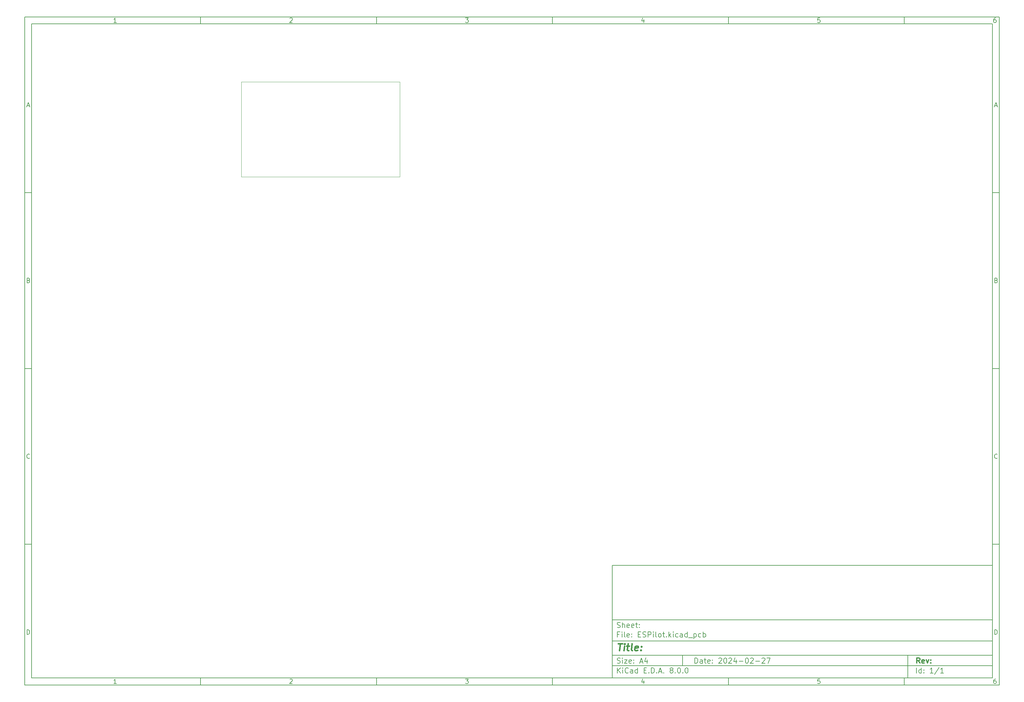
<source format=gm1>
G04 #@! TF.GenerationSoftware,KiCad,Pcbnew,8.0.0*
G04 #@! TF.CreationDate,2024-02-27T22:34:17+01:00*
G04 #@! TF.ProjectId,ESPilot,45535069-6c6f-4742-9e6b-696361645f70,rev?*
G04 #@! TF.SameCoordinates,PX6f32cc0PY1b2e020*
G04 #@! TF.FileFunction,Profile,NP*
%FSLAX46Y46*%
G04 Gerber Fmt 4.6, Leading zero omitted, Abs format (unit mm)*
G04 Created by KiCad (PCBNEW 8.0.0) date 2024-02-27 22:34:17*
%MOMM*%
%LPD*%
G01*
G04 APERTURE LIST*
%ADD10C,0.100000*%
%ADD11C,0.150000*%
%ADD12C,0.300000*%
%ADD13C,0.400000*%
G04 #@! TA.AperFunction,Profile*
%ADD14C,0.050000*%
G04 #@! TD*
G04 APERTURE END LIST*
D10*
D11*
X60402200Y-137507200D02*
X168402200Y-137507200D01*
X168402200Y-169507200D01*
X60402200Y-169507200D01*
X60402200Y-137507200D01*
D10*
D11*
X-106600000Y18500000D02*
X170402200Y18500000D01*
X170402200Y-171507200D01*
X-106600000Y-171507200D01*
X-106600000Y18500000D01*
D10*
D11*
X-104600000Y16500000D02*
X168402200Y16500000D01*
X168402200Y-169507200D01*
X-104600000Y-169507200D01*
X-104600000Y16500000D01*
D10*
D11*
X-56600000Y16500000D02*
X-56600000Y18500000D01*
D10*
D11*
X-6600000Y16500000D02*
X-6600000Y18500000D01*
D10*
D11*
X43400000Y16500000D02*
X43400000Y18500000D01*
D10*
D11*
X93400000Y16500000D02*
X93400000Y18500000D01*
D10*
D11*
X143400000Y16500000D02*
X143400000Y18500000D01*
D10*
D11*
X-80510840Y16906396D02*
X-81253697Y16906396D01*
X-80882269Y16906396D02*
X-80882269Y18206396D01*
X-80882269Y18206396D02*
X-81006078Y18020681D01*
X-81006078Y18020681D02*
X-81129888Y17896872D01*
X-81129888Y17896872D02*
X-81253697Y17834967D01*
D10*
D11*
X-31253697Y18082586D02*
X-31191793Y18144491D01*
X-31191793Y18144491D02*
X-31067983Y18206396D01*
X-31067983Y18206396D02*
X-30758459Y18206396D01*
X-30758459Y18206396D02*
X-30634650Y18144491D01*
X-30634650Y18144491D02*
X-30572745Y18082586D01*
X-30572745Y18082586D02*
X-30510840Y17958777D01*
X-30510840Y17958777D02*
X-30510840Y17834967D01*
X-30510840Y17834967D02*
X-30572745Y17649253D01*
X-30572745Y17649253D02*
X-31315602Y16906396D01*
X-31315602Y16906396D02*
X-30510840Y16906396D01*
D10*
D11*
X18684398Y18206396D02*
X19489160Y18206396D01*
X19489160Y18206396D02*
X19055826Y17711158D01*
X19055826Y17711158D02*
X19241541Y17711158D01*
X19241541Y17711158D02*
X19365350Y17649253D01*
X19365350Y17649253D02*
X19427255Y17587348D01*
X19427255Y17587348D02*
X19489160Y17463539D01*
X19489160Y17463539D02*
X19489160Y17154015D01*
X19489160Y17154015D02*
X19427255Y17030205D01*
X19427255Y17030205D02*
X19365350Y16968300D01*
X19365350Y16968300D02*
X19241541Y16906396D01*
X19241541Y16906396D02*
X18870112Y16906396D01*
X18870112Y16906396D02*
X18746303Y16968300D01*
X18746303Y16968300D02*
X18684398Y17030205D01*
D10*
D11*
X69365350Y17773062D02*
X69365350Y16906396D01*
X69055826Y18268300D02*
X68746303Y17339729D01*
X68746303Y17339729D02*
X69551064Y17339729D01*
D10*
D11*
X119427255Y18206396D02*
X118808207Y18206396D01*
X118808207Y18206396D02*
X118746303Y17587348D01*
X118746303Y17587348D02*
X118808207Y17649253D01*
X118808207Y17649253D02*
X118932017Y17711158D01*
X118932017Y17711158D02*
X119241541Y17711158D01*
X119241541Y17711158D02*
X119365350Y17649253D01*
X119365350Y17649253D02*
X119427255Y17587348D01*
X119427255Y17587348D02*
X119489160Y17463539D01*
X119489160Y17463539D02*
X119489160Y17154015D01*
X119489160Y17154015D02*
X119427255Y17030205D01*
X119427255Y17030205D02*
X119365350Y16968300D01*
X119365350Y16968300D02*
X119241541Y16906396D01*
X119241541Y16906396D02*
X118932017Y16906396D01*
X118932017Y16906396D02*
X118808207Y16968300D01*
X118808207Y16968300D02*
X118746303Y17030205D01*
D10*
D11*
X169365350Y18206396D02*
X169117731Y18206396D01*
X169117731Y18206396D02*
X168993922Y18144491D01*
X168993922Y18144491D02*
X168932017Y18082586D01*
X168932017Y18082586D02*
X168808207Y17896872D01*
X168808207Y17896872D02*
X168746303Y17649253D01*
X168746303Y17649253D02*
X168746303Y17154015D01*
X168746303Y17154015D02*
X168808207Y17030205D01*
X168808207Y17030205D02*
X168870112Y16968300D01*
X168870112Y16968300D02*
X168993922Y16906396D01*
X168993922Y16906396D02*
X169241541Y16906396D01*
X169241541Y16906396D02*
X169365350Y16968300D01*
X169365350Y16968300D02*
X169427255Y17030205D01*
X169427255Y17030205D02*
X169489160Y17154015D01*
X169489160Y17154015D02*
X169489160Y17463539D01*
X169489160Y17463539D02*
X169427255Y17587348D01*
X169427255Y17587348D02*
X169365350Y17649253D01*
X169365350Y17649253D02*
X169241541Y17711158D01*
X169241541Y17711158D02*
X168993922Y17711158D01*
X168993922Y17711158D02*
X168870112Y17649253D01*
X168870112Y17649253D02*
X168808207Y17587348D01*
X168808207Y17587348D02*
X168746303Y17463539D01*
D10*
D11*
X-56600000Y-169507200D02*
X-56600000Y-171507200D01*
D10*
D11*
X-6600000Y-169507200D02*
X-6600000Y-171507200D01*
D10*
D11*
X43400000Y-169507200D02*
X43400000Y-171507200D01*
D10*
D11*
X93400000Y-169507200D02*
X93400000Y-171507200D01*
D10*
D11*
X143400000Y-169507200D02*
X143400000Y-171507200D01*
D10*
D11*
X-80510840Y-171100804D02*
X-81253697Y-171100804D01*
X-80882269Y-171100804D02*
X-80882269Y-169800804D01*
X-80882269Y-169800804D02*
X-81006078Y-169986519D01*
X-81006078Y-169986519D02*
X-81129888Y-170110328D01*
X-81129888Y-170110328D02*
X-81253697Y-170172233D01*
D10*
D11*
X-31253697Y-169924614D02*
X-31191793Y-169862709D01*
X-31191793Y-169862709D02*
X-31067983Y-169800804D01*
X-31067983Y-169800804D02*
X-30758459Y-169800804D01*
X-30758459Y-169800804D02*
X-30634650Y-169862709D01*
X-30634650Y-169862709D02*
X-30572745Y-169924614D01*
X-30572745Y-169924614D02*
X-30510840Y-170048423D01*
X-30510840Y-170048423D02*
X-30510840Y-170172233D01*
X-30510840Y-170172233D02*
X-30572745Y-170357947D01*
X-30572745Y-170357947D02*
X-31315602Y-171100804D01*
X-31315602Y-171100804D02*
X-30510840Y-171100804D01*
D10*
D11*
X18684398Y-169800804D02*
X19489160Y-169800804D01*
X19489160Y-169800804D02*
X19055826Y-170296042D01*
X19055826Y-170296042D02*
X19241541Y-170296042D01*
X19241541Y-170296042D02*
X19365350Y-170357947D01*
X19365350Y-170357947D02*
X19427255Y-170419852D01*
X19427255Y-170419852D02*
X19489160Y-170543661D01*
X19489160Y-170543661D02*
X19489160Y-170853185D01*
X19489160Y-170853185D02*
X19427255Y-170976995D01*
X19427255Y-170976995D02*
X19365350Y-171038900D01*
X19365350Y-171038900D02*
X19241541Y-171100804D01*
X19241541Y-171100804D02*
X18870112Y-171100804D01*
X18870112Y-171100804D02*
X18746303Y-171038900D01*
X18746303Y-171038900D02*
X18684398Y-170976995D01*
D10*
D11*
X69365350Y-170234138D02*
X69365350Y-171100804D01*
X69055826Y-169738900D02*
X68746303Y-170667471D01*
X68746303Y-170667471D02*
X69551064Y-170667471D01*
D10*
D11*
X119427255Y-169800804D02*
X118808207Y-169800804D01*
X118808207Y-169800804D02*
X118746303Y-170419852D01*
X118746303Y-170419852D02*
X118808207Y-170357947D01*
X118808207Y-170357947D02*
X118932017Y-170296042D01*
X118932017Y-170296042D02*
X119241541Y-170296042D01*
X119241541Y-170296042D02*
X119365350Y-170357947D01*
X119365350Y-170357947D02*
X119427255Y-170419852D01*
X119427255Y-170419852D02*
X119489160Y-170543661D01*
X119489160Y-170543661D02*
X119489160Y-170853185D01*
X119489160Y-170853185D02*
X119427255Y-170976995D01*
X119427255Y-170976995D02*
X119365350Y-171038900D01*
X119365350Y-171038900D02*
X119241541Y-171100804D01*
X119241541Y-171100804D02*
X118932017Y-171100804D01*
X118932017Y-171100804D02*
X118808207Y-171038900D01*
X118808207Y-171038900D02*
X118746303Y-170976995D01*
D10*
D11*
X169365350Y-169800804D02*
X169117731Y-169800804D01*
X169117731Y-169800804D02*
X168993922Y-169862709D01*
X168993922Y-169862709D02*
X168932017Y-169924614D01*
X168932017Y-169924614D02*
X168808207Y-170110328D01*
X168808207Y-170110328D02*
X168746303Y-170357947D01*
X168746303Y-170357947D02*
X168746303Y-170853185D01*
X168746303Y-170853185D02*
X168808207Y-170976995D01*
X168808207Y-170976995D02*
X168870112Y-171038900D01*
X168870112Y-171038900D02*
X168993922Y-171100804D01*
X168993922Y-171100804D02*
X169241541Y-171100804D01*
X169241541Y-171100804D02*
X169365350Y-171038900D01*
X169365350Y-171038900D02*
X169427255Y-170976995D01*
X169427255Y-170976995D02*
X169489160Y-170853185D01*
X169489160Y-170853185D02*
X169489160Y-170543661D01*
X169489160Y-170543661D02*
X169427255Y-170419852D01*
X169427255Y-170419852D02*
X169365350Y-170357947D01*
X169365350Y-170357947D02*
X169241541Y-170296042D01*
X169241541Y-170296042D02*
X168993922Y-170296042D01*
X168993922Y-170296042D02*
X168870112Y-170357947D01*
X168870112Y-170357947D02*
X168808207Y-170419852D01*
X168808207Y-170419852D02*
X168746303Y-170543661D01*
D10*
D11*
X-106600000Y-31500000D02*
X-104600000Y-31500000D01*
D10*
D11*
X-106600000Y-81500000D02*
X-104600000Y-81500000D01*
D10*
D11*
X-106600000Y-131500000D02*
X-104600000Y-131500000D01*
D10*
D11*
X-105909524Y-6722176D02*
X-105290477Y-6722176D01*
X-106033334Y-7093604D02*
X-105600001Y-5793604D01*
X-105600001Y-5793604D02*
X-105166667Y-7093604D01*
D10*
D11*
X-105507143Y-56412652D02*
X-105321429Y-56474557D01*
X-105321429Y-56474557D02*
X-105259524Y-56536461D01*
X-105259524Y-56536461D02*
X-105197620Y-56660271D01*
X-105197620Y-56660271D02*
X-105197620Y-56845985D01*
X-105197620Y-56845985D02*
X-105259524Y-56969795D01*
X-105259524Y-56969795D02*
X-105321429Y-57031700D01*
X-105321429Y-57031700D02*
X-105445239Y-57093604D01*
X-105445239Y-57093604D02*
X-105940477Y-57093604D01*
X-105940477Y-57093604D02*
X-105940477Y-55793604D01*
X-105940477Y-55793604D02*
X-105507143Y-55793604D01*
X-105507143Y-55793604D02*
X-105383334Y-55855509D01*
X-105383334Y-55855509D02*
X-105321429Y-55917414D01*
X-105321429Y-55917414D02*
X-105259524Y-56041223D01*
X-105259524Y-56041223D02*
X-105259524Y-56165033D01*
X-105259524Y-56165033D02*
X-105321429Y-56288842D01*
X-105321429Y-56288842D02*
X-105383334Y-56350747D01*
X-105383334Y-56350747D02*
X-105507143Y-56412652D01*
X-105507143Y-56412652D02*
X-105940477Y-56412652D01*
D10*
D11*
X-105197620Y-106969795D02*
X-105259524Y-107031700D01*
X-105259524Y-107031700D02*
X-105445239Y-107093604D01*
X-105445239Y-107093604D02*
X-105569048Y-107093604D01*
X-105569048Y-107093604D02*
X-105754762Y-107031700D01*
X-105754762Y-107031700D02*
X-105878572Y-106907890D01*
X-105878572Y-106907890D02*
X-105940477Y-106784080D01*
X-105940477Y-106784080D02*
X-106002381Y-106536461D01*
X-106002381Y-106536461D02*
X-106002381Y-106350747D01*
X-106002381Y-106350747D02*
X-105940477Y-106103128D01*
X-105940477Y-106103128D02*
X-105878572Y-105979319D01*
X-105878572Y-105979319D02*
X-105754762Y-105855509D01*
X-105754762Y-105855509D02*
X-105569048Y-105793604D01*
X-105569048Y-105793604D02*
X-105445239Y-105793604D01*
X-105445239Y-105793604D02*
X-105259524Y-105855509D01*
X-105259524Y-105855509D02*
X-105197620Y-105917414D01*
D10*
D11*
X-105940477Y-157093604D02*
X-105940477Y-155793604D01*
X-105940477Y-155793604D02*
X-105630953Y-155793604D01*
X-105630953Y-155793604D02*
X-105445239Y-155855509D01*
X-105445239Y-155855509D02*
X-105321429Y-155979319D01*
X-105321429Y-155979319D02*
X-105259524Y-156103128D01*
X-105259524Y-156103128D02*
X-105197620Y-156350747D01*
X-105197620Y-156350747D02*
X-105197620Y-156536461D01*
X-105197620Y-156536461D02*
X-105259524Y-156784080D01*
X-105259524Y-156784080D02*
X-105321429Y-156907890D01*
X-105321429Y-156907890D02*
X-105445239Y-157031700D01*
X-105445239Y-157031700D02*
X-105630953Y-157093604D01*
X-105630953Y-157093604D02*
X-105940477Y-157093604D01*
D10*
D11*
X170402200Y-31500000D02*
X168402200Y-31500000D01*
D10*
D11*
X170402200Y-81500000D02*
X168402200Y-81500000D01*
D10*
D11*
X170402200Y-131500000D02*
X168402200Y-131500000D01*
D10*
D11*
X169092676Y-6722176D02*
X169711723Y-6722176D01*
X168968866Y-7093604D02*
X169402199Y-5793604D01*
X169402199Y-5793604D02*
X169835533Y-7093604D01*
D10*
D11*
X169495057Y-56412652D02*
X169680771Y-56474557D01*
X169680771Y-56474557D02*
X169742676Y-56536461D01*
X169742676Y-56536461D02*
X169804580Y-56660271D01*
X169804580Y-56660271D02*
X169804580Y-56845985D01*
X169804580Y-56845985D02*
X169742676Y-56969795D01*
X169742676Y-56969795D02*
X169680771Y-57031700D01*
X169680771Y-57031700D02*
X169556961Y-57093604D01*
X169556961Y-57093604D02*
X169061723Y-57093604D01*
X169061723Y-57093604D02*
X169061723Y-55793604D01*
X169061723Y-55793604D02*
X169495057Y-55793604D01*
X169495057Y-55793604D02*
X169618866Y-55855509D01*
X169618866Y-55855509D02*
X169680771Y-55917414D01*
X169680771Y-55917414D02*
X169742676Y-56041223D01*
X169742676Y-56041223D02*
X169742676Y-56165033D01*
X169742676Y-56165033D02*
X169680771Y-56288842D01*
X169680771Y-56288842D02*
X169618866Y-56350747D01*
X169618866Y-56350747D02*
X169495057Y-56412652D01*
X169495057Y-56412652D02*
X169061723Y-56412652D01*
D10*
D11*
X169804580Y-106969795D02*
X169742676Y-107031700D01*
X169742676Y-107031700D02*
X169556961Y-107093604D01*
X169556961Y-107093604D02*
X169433152Y-107093604D01*
X169433152Y-107093604D02*
X169247438Y-107031700D01*
X169247438Y-107031700D02*
X169123628Y-106907890D01*
X169123628Y-106907890D02*
X169061723Y-106784080D01*
X169061723Y-106784080D02*
X168999819Y-106536461D01*
X168999819Y-106536461D02*
X168999819Y-106350747D01*
X168999819Y-106350747D02*
X169061723Y-106103128D01*
X169061723Y-106103128D02*
X169123628Y-105979319D01*
X169123628Y-105979319D02*
X169247438Y-105855509D01*
X169247438Y-105855509D02*
X169433152Y-105793604D01*
X169433152Y-105793604D02*
X169556961Y-105793604D01*
X169556961Y-105793604D02*
X169742676Y-105855509D01*
X169742676Y-105855509D02*
X169804580Y-105917414D01*
D10*
D11*
X169061723Y-157093604D02*
X169061723Y-155793604D01*
X169061723Y-155793604D02*
X169371247Y-155793604D01*
X169371247Y-155793604D02*
X169556961Y-155855509D01*
X169556961Y-155855509D02*
X169680771Y-155979319D01*
X169680771Y-155979319D02*
X169742676Y-156103128D01*
X169742676Y-156103128D02*
X169804580Y-156350747D01*
X169804580Y-156350747D02*
X169804580Y-156536461D01*
X169804580Y-156536461D02*
X169742676Y-156784080D01*
X169742676Y-156784080D02*
X169680771Y-156907890D01*
X169680771Y-156907890D02*
X169556961Y-157031700D01*
X169556961Y-157031700D02*
X169371247Y-157093604D01*
X169371247Y-157093604D02*
X169061723Y-157093604D01*
D10*
D11*
X83858026Y-165293328D02*
X83858026Y-163793328D01*
X83858026Y-163793328D02*
X84215169Y-163793328D01*
X84215169Y-163793328D02*
X84429455Y-163864757D01*
X84429455Y-163864757D02*
X84572312Y-164007614D01*
X84572312Y-164007614D02*
X84643741Y-164150471D01*
X84643741Y-164150471D02*
X84715169Y-164436185D01*
X84715169Y-164436185D02*
X84715169Y-164650471D01*
X84715169Y-164650471D02*
X84643741Y-164936185D01*
X84643741Y-164936185D02*
X84572312Y-165079042D01*
X84572312Y-165079042D02*
X84429455Y-165221900D01*
X84429455Y-165221900D02*
X84215169Y-165293328D01*
X84215169Y-165293328D02*
X83858026Y-165293328D01*
X86000884Y-165293328D02*
X86000884Y-164507614D01*
X86000884Y-164507614D02*
X85929455Y-164364757D01*
X85929455Y-164364757D02*
X85786598Y-164293328D01*
X85786598Y-164293328D02*
X85500884Y-164293328D01*
X85500884Y-164293328D02*
X85358026Y-164364757D01*
X86000884Y-165221900D02*
X85858026Y-165293328D01*
X85858026Y-165293328D02*
X85500884Y-165293328D01*
X85500884Y-165293328D02*
X85358026Y-165221900D01*
X85358026Y-165221900D02*
X85286598Y-165079042D01*
X85286598Y-165079042D02*
X85286598Y-164936185D01*
X85286598Y-164936185D02*
X85358026Y-164793328D01*
X85358026Y-164793328D02*
X85500884Y-164721900D01*
X85500884Y-164721900D02*
X85858026Y-164721900D01*
X85858026Y-164721900D02*
X86000884Y-164650471D01*
X86500884Y-164293328D02*
X87072312Y-164293328D01*
X86715169Y-163793328D02*
X86715169Y-165079042D01*
X86715169Y-165079042D02*
X86786598Y-165221900D01*
X86786598Y-165221900D02*
X86929455Y-165293328D01*
X86929455Y-165293328D02*
X87072312Y-165293328D01*
X88143741Y-165221900D02*
X88000884Y-165293328D01*
X88000884Y-165293328D02*
X87715170Y-165293328D01*
X87715170Y-165293328D02*
X87572312Y-165221900D01*
X87572312Y-165221900D02*
X87500884Y-165079042D01*
X87500884Y-165079042D02*
X87500884Y-164507614D01*
X87500884Y-164507614D02*
X87572312Y-164364757D01*
X87572312Y-164364757D02*
X87715170Y-164293328D01*
X87715170Y-164293328D02*
X88000884Y-164293328D01*
X88000884Y-164293328D02*
X88143741Y-164364757D01*
X88143741Y-164364757D02*
X88215170Y-164507614D01*
X88215170Y-164507614D02*
X88215170Y-164650471D01*
X88215170Y-164650471D02*
X87500884Y-164793328D01*
X88858026Y-165150471D02*
X88929455Y-165221900D01*
X88929455Y-165221900D02*
X88858026Y-165293328D01*
X88858026Y-165293328D02*
X88786598Y-165221900D01*
X88786598Y-165221900D02*
X88858026Y-165150471D01*
X88858026Y-165150471D02*
X88858026Y-165293328D01*
X88858026Y-164364757D02*
X88929455Y-164436185D01*
X88929455Y-164436185D02*
X88858026Y-164507614D01*
X88858026Y-164507614D02*
X88786598Y-164436185D01*
X88786598Y-164436185D02*
X88858026Y-164364757D01*
X88858026Y-164364757D02*
X88858026Y-164507614D01*
X90643741Y-163936185D02*
X90715169Y-163864757D01*
X90715169Y-163864757D02*
X90858027Y-163793328D01*
X90858027Y-163793328D02*
X91215169Y-163793328D01*
X91215169Y-163793328D02*
X91358027Y-163864757D01*
X91358027Y-163864757D02*
X91429455Y-163936185D01*
X91429455Y-163936185D02*
X91500884Y-164079042D01*
X91500884Y-164079042D02*
X91500884Y-164221900D01*
X91500884Y-164221900D02*
X91429455Y-164436185D01*
X91429455Y-164436185D02*
X90572312Y-165293328D01*
X90572312Y-165293328D02*
X91500884Y-165293328D01*
X92429455Y-163793328D02*
X92572312Y-163793328D01*
X92572312Y-163793328D02*
X92715169Y-163864757D01*
X92715169Y-163864757D02*
X92786598Y-163936185D01*
X92786598Y-163936185D02*
X92858026Y-164079042D01*
X92858026Y-164079042D02*
X92929455Y-164364757D01*
X92929455Y-164364757D02*
X92929455Y-164721900D01*
X92929455Y-164721900D02*
X92858026Y-165007614D01*
X92858026Y-165007614D02*
X92786598Y-165150471D01*
X92786598Y-165150471D02*
X92715169Y-165221900D01*
X92715169Y-165221900D02*
X92572312Y-165293328D01*
X92572312Y-165293328D02*
X92429455Y-165293328D01*
X92429455Y-165293328D02*
X92286598Y-165221900D01*
X92286598Y-165221900D02*
X92215169Y-165150471D01*
X92215169Y-165150471D02*
X92143740Y-165007614D01*
X92143740Y-165007614D02*
X92072312Y-164721900D01*
X92072312Y-164721900D02*
X92072312Y-164364757D01*
X92072312Y-164364757D02*
X92143740Y-164079042D01*
X92143740Y-164079042D02*
X92215169Y-163936185D01*
X92215169Y-163936185D02*
X92286598Y-163864757D01*
X92286598Y-163864757D02*
X92429455Y-163793328D01*
X93500883Y-163936185D02*
X93572311Y-163864757D01*
X93572311Y-163864757D02*
X93715169Y-163793328D01*
X93715169Y-163793328D02*
X94072311Y-163793328D01*
X94072311Y-163793328D02*
X94215169Y-163864757D01*
X94215169Y-163864757D02*
X94286597Y-163936185D01*
X94286597Y-163936185D02*
X94358026Y-164079042D01*
X94358026Y-164079042D02*
X94358026Y-164221900D01*
X94358026Y-164221900D02*
X94286597Y-164436185D01*
X94286597Y-164436185D02*
X93429454Y-165293328D01*
X93429454Y-165293328D02*
X94358026Y-165293328D01*
X95643740Y-164293328D02*
X95643740Y-165293328D01*
X95286597Y-163721900D02*
X94929454Y-164793328D01*
X94929454Y-164793328D02*
X95858025Y-164793328D01*
X96429453Y-164721900D02*
X97572311Y-164721900D01*
X98572311Y-163793328D02*
X98715168Y-163793328D01*
X98715168Y-163793328D02*
X98858025Y-163864757D01*
X98858025Y-163864757D02*
X98929454Y-163936185D01*
X98929454Y-163936185D02*
X99000882Y-164079042D01*
X99000882Y-164079042D02*
X99072311Y-164364757D01*
X99072311Y-164364757D02*
X99072311Y-164721900D01*
X99072311Y-164721900D02*
X99000882Y-165007614D01*
X99000882Y-165007614D02*
X98929454Y-165150471D01*
X98929454Y-165150471D02*
X98858025Y-165221900D01*
X98858025Y-165221900D02*
X98715168Y-165293328D01*
X98715168Y-165293328D02*
X98572311Y-165293328D01*
X98572311Y-165293328D02*
X98429454Y-165221900D01*
X98429454Y-165221900D02*
X98358025Y-165150471D01*
X98358025Y-165150471D02*
X98286596Y-165007614D01*
X98286596Y-165007614D02*
X98215168Y-164721900D01*
X98215168Y-164721900D02*
X98215168Y-164364757D01*
X98215168Y-164364757D02*
X98286596Y-164079042D01*
X98286596Y-164079042D02*
X98358025Y-163936185D01*
X98358025Y-163936185D02*
X98429454Y-163864757D01*
X98429454Y-163864757D02*
X98572311Y-163793328D01*
X99643739Y-163936185D02*
X99715167Y-163864757D01*
X99715167Y-163864757D02*
X99858025Y-163793328D01*
X99858025Y-163793328D02*
X100215167Y-163793328D01*
X100215167Y-163793328D02*
X100358025Y-163864757D01*
X100358025Y-163864757D02*
X100429453Y-163936185D01*
X100429453Y-163936185D02*
X100500882Y-164079042D01*
X100500882Y-164079042D02*
X100500882Y-164221900D01*
X100500882Y-164221900D02*
X100429453Y-164436185D01*
X100429453Y-164436185D02*
X99572310Y-165293328D01*
X99572310Y-165293328D02*
X100500882Y-165293328D01*
X101143738Y-164721900D02*
X102286596Y-164721900D01*
X102929453Y-163936185D02*
X103000881Y-163864757D01*
X103000881Y-163864757D02*
X103143739Y-163793328D01*
X103143739Y-163793328D02*
X103500881Y-163793328D01*
X103500881Y-163793328D02*
X103643739Y-163864757D01*
X103643739Y-163864757D02*
X103715167Y-163936185D01*
X103715167Y-163936185D02*
X103786596Y-164079042D01*
X103786596Y-164079042D02*
X103786596Y-164221900D01*
X103786596Y-164221900D02*
X103715167Y-164436185D01*
X103715167Y-164436185D02*
X102858024Y-165293328D01*
X102858024Y-165293328D02*
X103786596Y-165293328D01*
X104286595Y-163793328D02*
X105286595Y-163793328D01*
X105286595Y-163793328D02*
X104643738Y-165293328D01*
D10*
D11*
X60402200Y-166007200D02*
X168402200Y-166007200D01*
D10*
D11*
X61858026Y-168093328D02*
X61858026Y-166593328D01*
X62715169Y-168093328D02*
X62072312Y-167236185D01*
X62715169Y-166593328D02*
X61858026Y-167450471D01*
X63358026Y-168093328D02*
X63358026Y-167093328D01*
X63358026Y-166593328D02*
X63286598Y-166664757D01*
X63286598Y-166664757D02*
X63358026Y-166736185D01*
X63358026Y-166736185D02*
X63429455Y-166664757D01*
X63429455Y-166664757D02*
X63358026Y-166593328D01*
X63358026Y-166593328D02*
X63358026Y-166736185D01*
X64929455Y-167950471D02*
X64858027Y-168021900D01*
X64858027Y-168021900D02*
X64643741Y-168093328D01*
X64643741Y-168093328D02*
X64500884Y-168093328D01*
X64500884Y-168093328D02*
X64286598Y-168021900D01*
X64286598Y-168021900D02*
X64143741Y-167879042D01*
X64143741Y-167879042D02*
X64072312Y-167736185D01*
X64072312Y-167736185D02*
X64000884Y-167450471D01*
X64000884Y-167450471D02*
X64000884Y-167236185D01*
X64000884Y-167236185D02*
X64072312Y-166950471D01*
X64072312Y-166950471D02*
X64143741Y-166807614D01*
X64143741Y-166807614D02*
X64286598Y-166664757D01*
X64286598Y-166664757D02*
X64500884Y-166593328D01*
X64500884Y-166593328D02*
X64643741Y-166593328D01*
X64643741Y-166593328D02*
X64858027Y-166664757D01*
X64858027Y-166664757D02*
X64929455Y-166736185D01*
X66215170Y-168093328D02*
X66215170Y-167307614D01*
X66215170Y-167307614D02*
X66143741Y-167164757D01*
X66143741Y-167164757D02*
X66000884Y-167093328D01*
X66000884Y-167093328D02*
X65715170Y-167093328D01*
X65715170Y-167093328D02*
X65572312Y-167164757D01*
X66215170Y-168021900D02*
X66072312Y-168093328D01*
X66072312Y-168093328D02*
X65715170Y-168093328D01*
X65715170Y-168093328D02*
X65572312Y-168021900D01*
X65572312Y-168021900D02*
X65500884Y-167879042D01*
X65500884Y-167879042D02*
X65500884Y-167736185D01*
X65500884Y-167736185D02*
X65572312Y-167593328D01*
X65572312Y-167593328D02*
X65715170Y-167521900D01*
X65715170Y-167521900D02*
X66072312Y-167521900D01*
X66072312Y-167521900D02*
X66215170Y-167450471D01*
X67572313Y-168093328D02*
X67572313Y-166593328D01*
X67572313Y-168021900D02*
X67429455Y-168093328D01*
X67429455Y-168093328D02*
X67143741Y-168093328D01*
X67143741Y-168093328D02*
X67000884Y-168021900D01*
X67000884Y-168021900D02*
X66929455Y-167950471D01*
X66929455Y-167950471D02*
X66858027Y-167807614D01*
X66858027Y-167807614D02*
X66858027Y-167379042D01*
X66858027Y-167379042D02*
X66929455Y-167236185D01*
X66929455Y-167236185D02*
X67000884Y-167164757D01*
X67000884Y-167164757D02*
X67143741Y-167093328D01*
X67143741Y-167093328D02*
X67429455Y-167093328D01*
X67429455Y-167093328D02*
X67572313Y-167164757D01*
X69429455Y-167307614D02*
X69929455Y-167307614D01*
X70143741Y-168093328D02*
X69429455Y-168093328D01*
X69429455Y-168093328D02*
X69429455Y-166593328D01*
X69429455Y-166593328D02*
X70143741Y-166593328D01*
X70786598Y-167950471D02*
X70858027Y-168021900D01*
X70858027Y-168021900D02*
X70786598Y-168093328D01*
X70786598Y-168093328D02*
X70715170Y-168021900D01*
X70715170Y-168021900D02*
X70786598Y-167950471D01*
X70786598Y-167950471D02*
X70786598Y-168093328D01*
X71500884Y-168093328D02*
X71500884Y-166593328D01*
X71500884Y-166593328D02*
X71858027Y-166593328D01*
X71858027Y-166593328D02*
X72072313Y-166664757D01*
X72072313Y-166664757D02*
X72215170Y-166807614D01*
X72215170Y-166807614D02*
X72286599Y-166950471D01*
X72286599Y-166950471D02*
X72358027Y-167236185D01*
X72358027Y-167236185D02*
X72358027Y-167450471D01*
X72358027Y-167450471D02*
X72286599Y-167736185D01*
X72286599Y-167736185D02*
X72215170Y-167879042D01*
X72215170Y-167879042D02*
X72072313Y-168021900D01*
X72072313Y-168021900D02*
X71858027Y-168093328D01*
X71858027Y-168093328D02*
X71500884Y-168093328D01*
X73000884Y-167950471D02*
X73072313Y-168021900D01*
X73072313Y-168021900D02*
X73000884Y-168093328D01*
X73000884Y-168093328D02*
X72929456Y-168021900D01*
X72929456Y-168021900D02*
X73000884Y-167950471D01*
X73000884Y-167950471D02*
X73000884Y-168093328D01*
X73643742Y-167664757D02*
X74358028Y-167664757D01*
X73500885Y-168093328D02*
X74000885Y-166593328D01*
X74000885Y-166593328D02*
X74500885Y-168093328D01*
X75000884Y-167950471D02*
X75072313Y-168021900D01*
X75072313Y-168021900D02*
X75000884Y-168093328D01*
X75000884Y-168093328D02*
X74929456Y-168021900D01*
X74929456Y-168021900D02*
X75000884Y-167950471D01*
X75000884Y-167950471D02*
X75000884Y-168093328D01*
X77072313Y-167236185D02*
X76929456Y-167164757D01*
X76929456Y-167164757D02*
X76858027Y-167093328D01*
X76858027Y-167093328D02*
X76786599Y-166950471D01*
X76786599Y-166950471D02*
X76786599Y-166879042D01*
X76786599Y-166879042D02*
X76858027Y-166736185D01*
X76858027Y-166736185D02*
X76929456Y-166664757D01*
X76929456Y-166664757D02*
X77072313Y-166593328D01*
X77072313Y-166593328D02*
X77358027Y-166593328D01*
X77358027Y-166593328D02*
X77500885Y-166664757D01*
X77500885Y-166664757D02*
X77572313Y-166736185D01*
X77572313Y-166736185D02*
X77643742Y-166879042D01*
X77643742Y-166879042D02*
X77643742Y-166950471D01*
X77643742Y-166950471D02*
X77572313Y-167093328D01*
X77572313Y-167093328D02*
X77500885Y-167164757D01*
X77500885Y-167164757D02*
X77358027Y-167236185D01*
X77358027Y-167236185D02*
X77072313Y-167236185D01*
X77072313Y-167236185D02*
X76929456Y-167307614D01*
X76929456Y-167307614D02*
X76858027Y-167379042D01*
X76858027Y-167379042D02*
X76786599Y-167521900D01*
X76786599Y-167521900D02*
X76786599Y-167807614D01*
X76786599Y-167807614D02*
X76858027Y-167950471D01*
X76858027Y-167950471D02*
X76929456Y-168021900D01*
X76929456Y-168021900D02*
X77072313Y-168093328D01*
X77072313Y-168093328D02*
X77358027Y-168093328D01*
X77358027Y-168093328D02*
X77500885Y-168021900D01*
X77500885Y-168021900D02*
X77572313Y-167950471D01*
X77572313Y-167950471D02*
X77643742Y-167807614D01*
X77643742Y-167807614D02*
X77643742Y-167521900D01*
X77643742Y-167521900D02*
X77572313Y-167379042D01*
X77572313Y-167379042D02*
X77500885Y-167307614D01*
X77500885Y-167307614D02*
X77358027Y-167236185D01*
X78286598Y-167950471D02*
X78358027Y-168021900D01*
X78358027Y-168021900D02*
X78286598Y-168093328D01*
X78286598Y-168093328D02*
X78215170Y-168021900D01*
X78215170Y-168021900D02*
X78286598Y-167950471D01*
X78286598Y-167950471D02*
X78286598Y-168093328D01*
X79286599Y-166593328D02*
X79429456Y-166593328D01*
X79429456Y-166593328D02*
X79572313Y-166664757D01*
X79572313Y-166664757D02*
X79643742Y-166736185D01*
X79643742Y-166736185D02*
X79715170Y-166879042D01*
X79715170Y-166879042D02*
X79786599Y-167164757D01*
X79786599Y-167164757D02*
X79786599Y-167521900D01*
X79786599Y-167521900D02*
X79715170Y-167807614D01*
X79715170Y-167807614D02*
X79643742Y-167950471D01*
X79643742Y-167950471D02*
X79572313Y-168021900D01*
X79572313Y-168021900D02*
X79429456Y-168093328D01*
X79429456Y-168093328D02*
X79286599Y-168093328D01*
X79286599Y-168093328D02*
X79143742Y-168021900D01*
X79143742Y-168021900D02*
X79072313Y-167950471D01*
X79072313Y-167950471D02*
X79000884Y-167807614D01*
X79000884Y-167807614D02*
X78929456Y-167521900D01*
X78929456Y-167521900D02*
X78929456Y-167164757D01*
X78929456Y-167164757D02*
X79000884Y-166879042D01*
X79000884Y-166879042D02*
X79072313Y-166736185D01*
X79072313Y-166736185D02*
X79143742Y-166664757D01*
X79143742Y-166664757D02*
X79286599Y-166593328D01*
X80429455Y-167950471D02*
X80500884Y-168021900D01*
X80500884Y-168021900D02*
X80429455Y-168093328D01*
X80429455Y-168093328D02*
X80358027Y-168021900D01*
X80358027Y-168021900D02*
X80429455Y-167950471D01*
X80429455Y-167950471D02*
X80429455Y-168093328D01*
X81429456Y-166593328D02*
X81572313Y-166593328D01*
X81572313Y-166593328D02*
X81715170Y-166664757D01*
X81715170Y-166664757D02*
X81786599Y-166736185D01*
X81786599Y-166736185D02*
X81858027Y-166879042D01*
X81858027Y-166879042D02*
X81929456Y-167164757D01*
X81929456Y-167164757D02*
X81929456Y-167521900D01*
X81929456Y-167521900D02*
X81858027Y-167807614D01*
X81858027Y-167807614D02*
X81786599Y-167950471D01*
X81786599Y-167950471D02*
X81715170Y-168021900D01*
X81715170Y-168021900D02*
X81572313Y-168093328D01*
X81572313Y-168093328D02*
X81429456Y-168093328D01*
X81429456Y-168093328D02*
X81286599Y-168021900D01*
X81286599Y-168021900D02*
X81215170Y-167950471D01*
X81215170Y-167950471D02*
X81143741Y-167807614D01*
X81143741Y-167807614D02*
X81072313Y-167521900D01*
X81072313Y-167521900D02*
X81072313Y-167164757D01*
X81072313Y-167164757D02*
X81143741Y-166879042D01*
X81143741Y-166879042D02*
X81215170Y-166736185D01*
X81215170Y-166736185D02*
X81286599Y-166664757D01*
X81286599Y-166664757D02*
X81429456Y-166593328D01*
D10*
D11*
X60402200Y-163007200D02*
X168402200Y-163007200D01*
D10*
D12*
X147813853Y-165285528D02*
X147313853Y-164571242D01*
X146956710Y-165285528D02*
X146956710Y-163785528D01*
X146956710Y-163785528D02*
X147528139Y-163785528D01*
X147528139Y-163785528D02*
X147670996Y-163856957D01*
X147670996Y-163856957D02*
X147742425Y-163928385D01*
X147742425Y-163928385D02*
X147813853Y-164071242D01*
X147813853Y-164071242D02*
X147813853Y-164285528D01*
X147813853Y-164285528D02*
X147742425Y-164428385D01*
X147742425Y-164428385D02*
X147670996Y-164499814D01*
X147670996Y-164499814D02*
X147528139Y-164571242D01*
X147528139Y-164571242D02*
X146956710Y-164571242D01*
X149028139Y-165214100D02*
X148885282Y-165285528D01*
X148885282Y-165285528D02*
X148599568Y-165285528D01*
X148599568Y-165285528D02*
X148456710Y-165214100D01*
X148456710Y-165214100D02*
X148385282Y-165071242D01*
X148385282Y-165071242D02*
X148385282Y-164499814D01*
X148385282Y-164499814D02*
X148456710Y-164356957D01*
X148456710Y-164356957D02*
X148599568Y-164285528D01*
X148599568Y-164285528D02*
X148885282Y-164285528D01*
X148885282Y-164285528D02*
X149028139Y-164356957D01*
X149028139Y-164356957D02*
X149099568Y-164499814D01*
X149099568Y-164499814D02*
X149099568Y-164642671D01*
X149099568Y-164642671D02*
X148385282Y-164785528D01*
X149599567Y-164285528D02*
X149956710Y-165285528D01*
X149956710Y-165285528D02*
X150313853Y-164285528D01*
X150885281Y-165142671D02*
X150956710Y-165214100D01*
X150956710Y-165214100D02*
X150885281Y-165285528D01*
X150885281Y-165285528D02*
X150813853Y-165214100D01*
X150813853Y-165214100D02*
X150885281Y-165142671D01*
X150885281Y-165142671D02*
X150885281Y-165285528D01*
X150885281Y-164356957D02*
X150956710Y-164428385D01*
X150956710Y-164428385D02*
X150885281Y-164499814D01*
X150885281Y-164499814D02*
X150813853Y-164428385D01*
X150813853Y-164428385D02*
X150885281Y-164356957D01*
X150885281Y-164356957D02*
X150885281Y-164499814D01*
D10*
D11*
X61786598Y-165221900D02*
X62000884Y-165293328D01*
X62000884Y-165293328D02*
X62358026Y-165293328D01*
X62358026Y-165293328D02*
X62500884Y-165221900D01*
X62500884Y-165221900D02*
X62572312Y-165150471D01*
X62572312Y-165150471D02*
X62643741Y-165007614D01*
X62643741Y-165007614D02*
X62643741Y-164864757D01*
X62643741Y-164864757D02*
X62572312Y-164721900D01*
X62572312Y-164721900D02*
X62500884Y-164650471D01*
X62500884Y-164650471D02*
X62358026Y-164579042D01*
X62358026Y-164579042D02*
X62072312Y-164507614D01*
X62072312Y-164507614D02*
X61929455Y-164436185D01*
X61929455Y-164436185D02*
X61858026Y-164364757D01*
X61858026Y-164364757D02*
X61786598Y-164221900D01*
X61786598Y-164221900D02*
X61786598Y-164079042D01*
X61786598Y-164079042D02*
X61858026Y-163936185D01*
X61858026Y-163936185D02*
X61929455Y-163864757D01*
X61929455Y-163864757D02*
X62072312Y-163793328D01*
X62072312Y-163793328D02*
X62429455Y-163793328D01*
X62429455Y-163793328D02*
X62643741Y-163864757D01*
X63286597Y-165293328D02*
X63286597Y-164293328D01*
X63286597Y-163793328D02*
X63215169Y-163864757D01*
X63215169Y-163864757D02*
X63286597Y-163936185D01*
X63286597Y-163936185D02*
X63358026Y-163864757D01*
X63358026Y-163864757D02*
X63286597Y-163793328D01*
X63286597Y-163793328D02*
X63286597Y-163936185D01*
X63858026Y-164293328D02*
X64643741Y-164293328D01*
X64643741Y-164293328D02*
X63858026Y-165293328D01*
X63858026Y-165293328D02*
X64643741Y-165293328D01*
X65786598Y-165221900D02*
X65643741Y-165293328D01*
X65643741Y-165293328D02*
X65358027Y-165293328D01*
X65358027Y-165293328D02*
X65215169Y-165221900D01*
X65215169Y-165221900D02*
X65143741Y-165079042D01*
X65143741Y-165079042D02*
X65143741Y-164507614D01*
X65143741Y-164507614D02*
X65215169Y-164364757D01*
X65215169Y-164364757D02*
X65358027Y-164293328D01*
X65358027Y-164293328D02*
X65643741Y-164293328D01*
X65643741Y-164293328D02*
X65786598Y-164364757D01*
X65786598Y-164364757D02*
X65858027Y-164507614D01*
X65858027Y-164507614D02*
X65858027Y-164650471D01*
X65858027Y-164650471D02*
X65143741Y-164793328D01*
X66500883Y-165150471D02*
X66572312Y-165221900D01*
X66572312Y-165221900D02*
X66500883Y-165293328D01*
X66500883Y-165293328D02*
X66429455Y-165221900D01*
X66429455Y-165221900D02*
X66500883Y-165150471D01*
X66500883Y-165150471D02*
X66500883Y-165293328D01*
X66500883Y-164364757D02*
X66572312Y-164436185D01*
X66572312Y-164436185D02*
X66500883Y-164507614D01*
X66500883Y-164507614D02*
X66429455Y-164436185D01*
X66429455Y-164436185D02*
X66500883Y-164364757D01*
X66500883Y-164364757D02*
X66500883Y-164507614D01*
X68286598Y-164864757D02*
X69000884Y-164864757D01*
X68143741Y-165293328D02*
X68643741Y-163793328D01*
X68643741Y-163793328D02*
X69143741Y-165293328D01*
X70286598Y-164293328D02*
X70286598Y-165293328D01*
X69929455Y-163721900D02*
X69572312Y-164793328D01*
X69572312Y-164793328D02*
X70500883Y-164793328D01*
D10*
D11*
X146858026Y-168093328D02*
X146858026Y-166593328D01*
X148215170Y-168093328D02*
X148215170Y-166593328D01*
X148215170Y-168021900D02*
X148072312Y-168093328D01*
X148072312Y-168093328D02*
X147786598Y-168093328D01*
X147786598Y-168093328D02*
X147643741Y-168021900D01*
X147643741Y-168021900D02*
X147572312Y-167950471D01*
X147572312Y-167950471D02*
X147500884Y-167807614D01*
X147500884Y-167807614D02*
X147500884Y-167379042D01*
X147500884Y-167379042D02*
X147572312Y-167236185D01*
X147572312Y-167236185D02*
X147643741Y-167164757D01*
X147643741Y-167164757D02*
X147786598Y-167093328D01*
X147786598Y-167093328D02*
X148072312Y-167093328D01*
X148072312Y-167093328D02*
X148215170Y-167164757D01*
X148929455Y-167950471D02*
X149000884Y-168021900D01*
X149000884Y-168021900D02*
X148929455Y-168093328D01*
X148929455Y-168093328D02*
X148858027Y-168021900D01*
X148858027Y-168021900D02*
X148929455Y-167950471D01*
X148929455Y-167950471D02*
X148929455Y-168093328D01*
X148929455Y-167164757D02*
X149000884Y-167236185D01*
X149000884Y-167236185D02*
X148929455Y-167307614D01*
X148929455Y-167307614D02*
X148858027Y-167236185D01*
X148858027Y-167236185D02*
X148929455Y-167164757D01*
X148929455Y-167164757D02*
X148929455Y-167307614D01*
X151572313Y-168093328D02*
X150715170Y-168093328D01*
X151143741Y-168093328D02*
X151143741Y-166593328D01*
X151143741Y-166593328D02*
X151000884Y-166807614D01*
X151000884Y-166807614D02*
X150858027Y-166950471D01*
X150858027Y-166950471D02*
X150715170Y-167021900D01*
X153286598Y-166521900D02*
X152000884Y-168450471D01*
X154572313Y-168093328D02*
X153715170Y-168093328D01*
X154143741Y-168093328D02*
X154143741Y-166593328D01*
X154143741Y-166593328D02*
X154000884Y-166807614D01*
X154000884Y-166807614D02*
X153858027Y-166950471D01*
X153858027Y-166950471D02*
X153715170Y-167021900D01*
D10*
D11*
X60402200Y-159007200D02*
X168402200Y-159007200D01*
D10*
D13*
X62093928Y-159711638D02*
X63236785Y-159711638D01*
X62415357Y-161711638D02*
X62665357Y-159711638D01*
X63653452Y-161711638D02*
X63820119Y-160378304D01*
X63903452Y-159711638D02*
X63796309Y-159806876D01*
X63796309Y-159806876D02*
X63879643Y-159902114D01*
X63879643Y-159902114D02*
X63986786Y-159806876D01*
X63986786Y-159806876D02*
X63903452Y-159711638D01*
X63903452Y-159711638D02*
X63879643Y-159902114D01*
X64486786Y-160378304D02*
X65248690Y-160378304D01*
X64855833Y-159711638D02*
X64641548Y-161425923D01*
X64641548Y-161425923D02*
X64712976Y-161616400D01*
X64712976Y-161616400D02*
X64891548Y-161711638D01*
X64891548Y-161711638D02*
X65082024Y-161711638D01*
X66034405Y-161711638D02*
X65855833Y-161616400D01*
X65855833Y-161616400D02*
X65784405Y-161425923D01*
X65784405Y-161425923D02*
X65998690Y-159711638D01*
X67570119Y-161616400D02*
X67367738Y-161711638D01*
X67367738Y-161711638D02*
X66986785Y-161711638D01*
X66986785Y-161711638D02*
X66808214Y-161616400D01*
X66808214Y-161616400D02*
X66736785Y-161425923D01*
X66736785Y-161425923D02*
X66832024Y-160664019D01*
X66832024Y-160664019D02*
X66951071Y-160473542D01*
X66951071Y-160473542D02*
X67153452Y-160378304D01*
X67153452Y-160378304D02*
X67534404Y-160378304D01*
X67534404Y-160378304D02*
X67712976Y-160473542D01*
X67712976Y-160473542D02*
X67784404Y-160664019D01*
X67784404Y-160664019D02*
X67760595Y-160854495D01*
X67760595Y-160854495D02*
X66784404Y-161044971D01*
X68534405Y-161521161D02*
X68617738Y-161616400D01*
X68617738Y-161616400D02*
X68510595Y-161711638D01*
X68510595Y-161711638D02*
X68427262Y-161616400D01*
X68427262Y-161616400D02*
X68534405Y-161521161D01*
X68534405Y-161521161D02*
X68510595Y-161711638D01*
X68665357Y-160473542D02*
X68748690Y-160568780D01*
X68748690Y-160568780D02*
X68641548Y-160664019D01*
X68641548Y-160664019D02*
X68558214Y-160568780D01*
X68558214Y-160568780D02*
X68665357Y-160473542D01*
X68665357Y-160473542D02*
X68641548Y-160664019D01*
D10*
D11*
X62358026Y-157107614D02*
X61858026Y-157107614D01*
X61858026Y-157893328D02*
X61858026Y-156393328D01*
X61858026Y-156393328D02*
X62572312Y-156393328D01*
X63143740Y-157893328D02*
X63143740Y-156893328D01*
X63143740Y-156393328D02*
X63072312Y-156464757D01*
X63072312Y-156464757D02*
X63143740Y-156536185D01*
X63143740Y-156536185D02*
X63215169Y-156464757D01*
X63215169Y-156464757D02*
X63143740Y-156393328D01*
X63143740Y-156393328D02*
X63143740Y-156536185D01*
X64072312Y-157893328D02*
X63929455Y-157821900D01*
X63929455Y-157821900D02*
X63858026Y-157679042D01*
X63858026Y-157679042D02*
X63858026Y-156393328D01*
X65215169Y-157821900D02*
X65072312Y-157893328D01*
X65072312Y-157893328D02*
X64786598Y-157893328D01*
X64786598Y-157893328D02*
X64643740Y-157821900D01*
X64643740Y-157821900D02*
X64572312Y-157679042D01*
X64572312Y-157679042D02*
X64572312Y-157107614D01*
X64572312Y-157107614D02*
X64643740Y-156964757D01*
X64643740Y-156964757D02*
X64786598Y-156893328D01*
X64786598Y-156893328D02*
X65072312Y-156893328D01*
X65072312Y-156893328D02*
X65215169Y-156964757D01*
X65215169Y-156964757D02*
X65286598Y-157107614D01*
X65286598Y-157107614D02*
X65286598Y-157250471D01*
X65286598Y-157250471D02*
X64572312Y-157393328D01*
X65929454Y-157750471D02*
X66000883Y-157821900D01*
X66000883Y-157821900D02*
X65929454Y-157893328D01*
X65929454Y-157893328D02*
X65858026Y-157821900D01*
X65858026Y-157821900D02*
X65929454Y-157750471D01*
X65929454Y-157750471D02*
X65929454Y-157893328D01*
X65929454Y-156964757D02*
X66000883Y-157036185D01*
X66000883Y-157036185D02*
X65929454Y-157107614D01*
X65929454Y-157107614D02*
X65858026Y-157036185D01*
X65858026Y-157036185D02*
X65929454Y-156964757D01*
X65929454Y-156964757D02*
X65929454Y-157107614D01*
X67786597Y-157107614D02*
X68286597Y-157107614D01*
X68500883Y-157893328D02*
X67786597Y-157893328D01*
X67786597Y-157893328D02*
X67786597Y-156393328D01*
X67786597Y-156393328D02*
X68500883Y-156393328D01*
X69072312Y-157821900D02*
X69286598Y-157893328D01*
X69286598Y-157893328D02*
X69643740Y-157893328D01*
X69643740Y-157893328D02*
X69786598Y-157821900D01*
X69786598Y-157821900D02*
X69858026Y-157750471D01*
X69858026Y-157750471D02*
X69929455Y-157607614D01*
X69929455Y-157607614D02*
X69929455Y-157464757D01*
X69929455Y-157464757D02*
X69858026Y-157321900D01*
X69858026Y-157321900D02*
X69786598Y-157250471D01*
X69786598Y-157250471D02*
X69643740Y-157179042D01*
X69643740Y-157179042D02*
X69358026Y-157107614D01*
X69358026Y-157107614D02*
X69215169Y-157036185D01*
X69215169Y-157036185D02*
X69143740Y-156964757D01*
X69143740Y-156964757D02*
X69072312Y-156821900D01*
X69072312Y-156821900D02*
X69072312Y-156679042D01*
X69072312Y-156679042D02*
X69143740Y-156536185D01*
X69143740Y-156536185D02*
X69215169Y-156464757D01*
X69215169Y-156464757D02*
X69358026Y-156393328D01*
X69358026Y-156393328D02*
X69715169Y-156393328D01*
X69715169Y-156393328D02*
X69929455Y-156464757D01*
X70572311Y-157893328D02*
X70572311Y-156393328D01*
X70572311Y-156393328D02*
X71143740Y-156393328D01*
X71143740Y-156393328D02*
X71286597Y-156464757D01*
X71286597Y-156464757D02*
X71358026Y-156536185D01*
X71358026Y-156536185D02*
X71429454Y-156679042D01*
X71429454Y-156679042D02*
X71429454Y-156893328D01*
X71429454Y-156893328D02*
X71358026Y-157036185D01*
X71358026Y-157036185D02*
X71286597Y-157107614D01*
X71286597Y-157107614D02*
X71143740Y-157179042D01*
X71143740Y-157179042D02*
X70572311Y-157179042D01*
X72072311Y-157893328D02*
X72072311Y-156893328D01*
X72072311Y-156393328D02*
X72000883Y-156464757D01*
X72000883Y-156464757D02*
X72072311Y-156536185D01*
X72072311Y-156536185D02*
X72143740Y-156464757D01*
X72143740Y-156464757D02*
X72072311Y-156393328D01*
X72072311Y-156393328D02*
X72072311Y-156536185D01*
X73000883Y-157893328D02*
X72858026Y-157821900D01*
X72858026Y-157821900D02*
X72786597Y-157679042D01*
X72786597Y-157679042D02*
X72786597Y-156393328D01*
X73786597Y-157893328D02*
X73643740Y-157821900D01*
X73643740Y-157821900D02*
X73572311Y-157750471D01*
X73572311Y-157750471D02*
X73500883Y-157607614D01*
X73500883Y-157607614D02*
X73500883Y-157179042D01*
X73500883Y-157179042D02*
X73572311Y-157036185D01*
X73572311Y-157036185D02*
X73643740Y-156964757D01*
X73643740Y-156964757D02*
X73786597Y-156893328D01*
X73786597Y-156893328D02*
X74000883Y-156893328D01*
X74000883Y-156893328D02*
X74143740Y-156964757D01*
X74143740Y-156964757D02*
X74215169Y-157036185D01*
X74215169Y-157036185D02*
X74286597Y-157179042D01*
X74286597Y-157179042D02*
X74286597Y-157607614D01*
X74286597Y-157607614D02*
X74215169Y-157750471D01*
X74215169Y-157750471D02*
X74143740Y-157821900D01*
X74143740Y-157821900D02*
X74000883Y-157893328D01*
X74000883Y-157893328D02*
X73786597Y-157893328D01*
X74715169Y-156893328D02*
X75286597Y-156893328D01*
X74929454Y-156393328D02*
X74929454Y-157679042D01*
X74929454Y-157679042D02*
X75000883Y-157821900D01*
X75000883Y-157821900D02*
X75143740Y-157893328D01*
X75143740Y-157893328D02*
X75286597Y-157893328D01*
X75786597Y-157750471D02*
X75858026Y-157821900D01*
X75858026Y-157821900D02*
X75786597Y-157893328D01*
X75786597Y-157893328D02*
X75715169Y-157821900D01*
X75715169Y-157821900D02*
X75786597Y-157750471D01*
X75786597Y-157750471D02*
X75786597Y-157893328D01*
X76500883Y-157893328D02*
X76500883Y-156393328D01*
X76643741Y-157321900D02*
X77072312Y-157893328D01*
X77072312Y-156893328D02*
X76500883Y-157464757D01*
X77715169Y-157893328D02*
X77715169Y-156893328D01*
X77715169Y-156393328D02*
X77643741Y-156464757D01*
X77643741Y-156464757D02*
X77715169Y-156536185D01*
X77715169Y-156536185D02*
X77786598Y-156464757D01*
X77786598Y-156464757D02*
X77715169Y-156393328D01*
X77715169Y-156393328D02*
X77715169Y-156536185D01*
X79072313Y-157821900D02*
X78929455Y-157893328D01*
X78929455Y-157893328D02*
X78643741Y-157893328D01*
X78643741Y-157893328D02*
X78500884Y-157821900D01*
X78500884Y-157821900D02*
X78429455Y-157750471D01*
X78429455Y-157750471D02*
X78358027Y-157607614D01*
X78358027Y-157607614D02*
X78358027Y-157179042D01*
X78358027Y-157179042D02*
X78429455Y-157036185D01*
X78429455Y-157036185D02*
X78500884Y-156964757D01*
X78500884Y-156964757D02*
X78643741Y-156893328D01*
X78643741Y-156893328D02*
X78929455Y-156893328D01*
X78929455Y-156893328D02*
X79072313Y-156964757D01*
X80358027Y-157893328D02*
X80358027Y-157107614D01*
X80358027Y-157107614D02*
X80286598Y-156964757D01*
X80286598Y-156964757D02*
X80143741Y-156893328D01*
X80143741Y-156893328D02*
X79858027Y-156893328D01*
X79858027Y-156893328D02*
X79715169Y-156964757D01*
X80358027Y-157821900D02*
X80215169Y-157893328D01*
X80215169Y-157893328D02*
X79858027Y-157893328D01*
X79858027Y-157893328D02*
X79715169Y-157821900D01*
X79715169Y-157821900D02*
X79643741Y-157679042D01*
X79643741Y-157679042D02*
X79643741Y-157536185D01*
X79643741Y-157536185D02*
X79715169Y-157393328D01*
X79715169Y-157393328D02*
X79858027Y-157321900D01*
X79858027Y-157321900D02*
X80215169Y-157321900D01*
X80215169Y-157321900D02*
X80358027Y-157250471D01*
X81715170Y-157893328D02*
X81715170Y-156393328D01*
X81715170Y-157821900D02*
X81572312Y-157893328D01*
X81572312Y-157893328D02*
X81286598Y-157893328D01*
X81286598Y-157893328D02*
X81143741Y-157821900D01*
X81143741Y-157821900D02*
X81072312Y-157750471D01*
X81072312Y-157750471D02*
X81000884Y-157607614D01*
X81000884Y-157607614D02*
X81000884Y-157179042D01*
X81000884Y-157179042D02*
X81072312Y-157036185D01*
X81072312Y-157036185D02*
X81143741Y-156964757D01*
X81143741Y-156964757D02*
X81286598Y-156893328D01*
X81286598Y-156893328D02*
X81572312Y-156893328D01*
X81572312Y-156893328D02*
X81715170Y-156964757D01*
X82072313Y-158036185D02*
X83215170Y-158036185D01*
X83572312Y-156893328D02*
X83572312Y-158393328D01*
X83572312Y-156964757D02*
X83715170Y-156893328D01*
X83715170Y-156893328D02*
X84000884Y-156893328D01*
X84000884Y-156893328D02*
X84143741Y-156964757D01*
X84143741Y-156964757D02*
X84215170Y-157036185D01*
X84215170Y-157036185D02*
X84286598Y-157179042D01*
X84286598Y-157179042D02*
X84286598Y-157607614D01*
X84286598Y-157607614D02*
X84215170Y-157750471D01*
X84215170Y-157750471D02*
X84143741Y-157821900D01*
X84143741Y-157821900D02*
X84000884Y-157893328D01*
X84000884Y-157893328D02*
X83715170Y-157893328D01*
X83715170Y-157893328D02*
X83572312Y-157821900D01*
X85572313Y-157821900D02*
X85429455Y-157893328D01*
X85429455Y-157893328D02*
X85143741Y-157893328D01*
X85143741Y-157893328D02*
X85000884Y-157821900D01*
X85000884Y-157821900D02*
X84929455Y-157750471D01*
X84929455Y-157750471D02*
X84858027Y-157607614D01*
X84858027Y-157607614D02*
X84858027Y-157179042D01*
X84858027Y-157179042D02*
X84929455Y-157036185D01*
X84929455Y-157036185D02*
X85000884Y-156964757D01*
X85000884Y-156964757D02*
X85143741Y-156893328D01*
X85143741Y-156893328D02*
X85429455Y-156893328D01*
X85429455Y-156893328D02*
X85572313Y-156964757D01*
X86215169Y-157893328D02*
X86215169Y-156393328D01*
X86215169Y-156964757D02*
X86358027Y-156893328D01*
X86358027Y-156893328D02*
X86643741Y-156893328D01*
X86643741Y-156893328D02*
X86786598Y-156964757D01*
X86786598Y-156964757D02*
X86858027Y-157036185D01*
X86858027Y-157036185D02*
X86929455Y-157179042D01*
X86929455Y-157179042D02*
X86929455Y-157607614D01*
X86929455Y-157607614D02*
X86858027Y-157750471D01*
X86858027Y-157750471D02*
X86786598Y-157821900D01*
X86786598Y-157821900D02*
X86643741Y-157893328D01*
X86643741Y-157893328D02*
X86358027Y-157893328D01*
X86358027Y-157893328D02*
X86215169Y-157821900D01*
D10*
D11*
X60402200Y-153007200D02*
X168402200Y-153007200D01*
D10*
D11*
X61786598Y-155121900D02*
X62000884Y-155193328D01*
X62000884Y-155193328D02*
X62358026Y-155193328D01*
X62358026Y-155193328D02*
X62500884Y-155121900D01*
X62500884Y-155121900D02*
X62572312Y-155050471D01*
X62572312Y-155050471D02*
X62643741Y-154907614D01*
X62643741Y-154907614D02*
X62643741Y-154764757D01*
X62643741Y-154764757D02*
X62572312Y-154621900D01*
X62572312Y-154621900D02*
X62500884Y-154550471D01*
X62500884Y-154550471D02*
X62358026Y-154479042D01*
X62358026Y-154479042D02*
X62072312Y-154407614D01*
X62072312Y-154407614D02*
X61929455Y-154336185D01*
X61929455Y-154336185D02*
X61858026Y-154264757D01*
X61858026Y-154264757D02*
X61786598Y-154121900D01*
X61786598Y-154121900D02*
X61786598Y-153979042D01*
X61786598Y-153979042D02*
X61858026Y-153836185D01*
X61858026Y-153836185D02*
X61929455Y-153764757D01*
X61929455Y-153764757D02*
X62072312Y-153693328D01*
X62072312Y-153693328D02*
X62429455Y-153693328D01*
X62429455Y-153693328D02*
X62643741Y-153764757D01*
X63286597Y-155193328D02*
X63286597Y-153693328D01*
X63929455Y-155193328D02*
X63929455Y-154407614D01*
X63929455Y-154407614D02*
X63858026Y-154264757D01*
X63858026Y-154264757D02*
X63715169Y-154193328D01*
X63715169Y-154193328D02*
X63500883Y-154193328D01*
X63500883Y-154193328D02*
X63358026Y-154264757D01*
X63358026Y-154264757D02*
X63286597Y-154336185D01*
X65215169Y-155121900D02*
X65072312Y-155193328D01*
X65072312Y-155193328D02*
X64786598Y-155193328D01*
X64786598Y-155193328D02*
X64643740Y-155121900D01*
X64643740Y-155121900D02*
X64572312Y-154979042D01*
X64572312Y-154979042D02*
X64572312Y-154407614D01*
X64572312Y-154407614D02*
X64643740Y-154264757D01*
X64643740Y-154264757D02*
X64786598Y-154193328D01*
X64786598Y-154193328D02*
X65072312Y-154193328D01*
X65072312Y-154193328D02*
X65215169Y-154264757D01*
X65215169Y-154264757D02*
X65286598Y-154407614D01*
X65286598Y-154407614D02*
X65286598Y-154550471D01*
X65286598Y-154550471D02*
X64572312Y-154693328D01*
X66500883Y-155121900D02*
X66358026Y-155193328D01*
X66358026Y-155193328D02*
X66072312Y-155193328D01*
X66072312Y-155193328D02*
X65929454Y-155121900D01*
X65929454Y-155121900D02*
X65858026Y-154979042D01*
X65858026Y-154979042D02*
X65858026Y-154407614D01*
X65858026Y-154407614D02*
X65929454Y-154264757D01*
X65929454Y-154264757D02*
X66072312Y-154193328D01*
X66072312Y-154193328D02*
X66358026Y-154193328D01*
X66358026Y-154193328D02*
X66500883Y-154264757D01*
X66500883Y-154264757D02*
X66572312Y-154407614D01*
X66572312Y-154407614D02*
X66572312Y-154550471D01*
X66572312Y-154550471D02*
X65858026Y-154693328D01*
X67000883Y-154193328D02*
X67572311Y-154193328D01*
X67215168Y-153693328D02*
X67215168Y-154979042D01*
X67215168Y-154979042D02*
X67286597Y-155121900D01*
X67286597Y-155121900D02*
X67429454Y-155193328D01*
X67429454Y-155193328D02*
X67572311Y-155193328D01*
X68072311Y-155050471D02*
X68143740Y-155121900D01*
X68143740Y-155121900D02*
X68072311Y-155193328D01*
X68072311Y-155193328D02*
X68000883Y-155121900D01*
X68000883Y-155121900D02*
X68072311Y-155050471D01*
X68072311Y-155050471D02*
X68072311Y-155193328D01*
X68072311Y-154264757D02*
X68143740Y-154336185D01*
X68143740Y-154336185D02*
X68072311Y-154407614D01*
X68072311Y-154407614D02*
X68000883Y-154336185D01*
X68000883Y-154336185D02*
X68072311Y-154264757D01*
X68072311Y-154264757D02*
X68072311Y-154407614D01*
D10*
D12*
D10*
D11*
D10*
D11*
D10*
D11*
D10*
D11*
D10*
D11*
X80402200Y-163007200D02*
X80402200Y-166007200D01*
D10*
D11*
X144402200Y-163007200D02*
X144402200Y-169507200D01*
D14*
X-45000000Y-27000000D02*
X-45000000Y0D01*
X0Y0D02*
X-45000000Y0D01*
X0Y0D02*
X0Y-27000000D01*
X0Y-27000000D02*
X-45000000Y-27000000D01*
M02*

</source>
